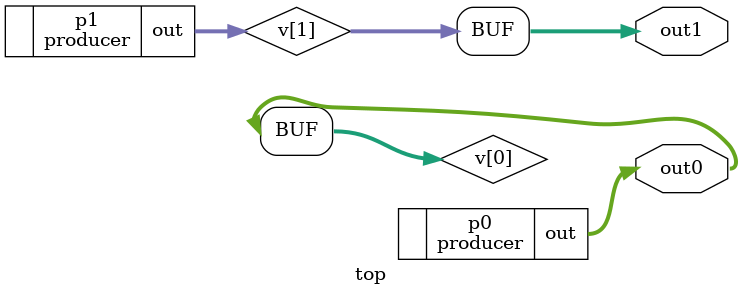
<source format=sv>
module producer(
    output logic [3:0] out
);
    assign out = 4'hA;
endmodule

module top(
    output logic [3:0] out0, out1
);
    logic [3:0] v[1:0];
    producer p0(v[0]);
    producer p1({v[1]});
    assign out0 = v[0];
    assign out1 = v[1];
endmodule

</source>
